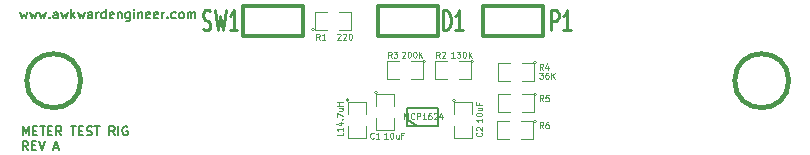
<source format=gto>
G04 (created by PCBNEW (2013-07-07 BZR 4022)-stable) date 3/21/2015 2:07:51 PM*
%MOIN*%
G04 Gerber Fmt 3.4, Leading zero omitted, Abs format*
%FSLAX34Y34*%
G01*
G70*
G90*
G04 APERTURE LIST*
%ADD10C,0.00590551*%
%ADD11C,0.0075*%
%ADD12C,0.005*%
%ADD13C,0.0039*%
%ADD14C,0.012*%
%ADD15C,0.015*%
%ADD16C,0.003*%
%ADD17C,0.0043*%
%ADD18C,0.0107*%
G04 APERTURE END LIST*
G54D10*
G54D11*
X70092Y-55221D02*
X70150Y-55421D01*
X70207Y-55278D01*
X70264Y-55421D01*
X70321Y-55221D01*
X70407Y-55221D02*
X70464Y-55421D01*
X70521Y-55278D01*
X70578Y-55421D01*
X70635Y-55221D01*
X70721Y-55221D02*
X70778Y-55421D01*
X70835Y-55278D01*
X70892Y-55421D01*
X70950Y-55221D01*
X71064Y-55392D02*
X71078Y-55407D01*
X71064Y-55421D01*
X71050Y-55407D01*
X71064Y-55392D01*
X71064Y-55421D01*
X71335Y-55421D02*
X71335Y-55264D01*
X71321Y-55235D01*
X71292Y-55221D01*
X71235Y-55221D01*
X71207Y-55235D01*
X71335Y-55407D02*
X71307Y-55421D01*
X71235Y-55421D01*
X71207Y-55407D01*
X71192Y-55378D01*
X71192Y-55350D01*
X71207Y-55321D01*
X71235Y-55307D01*
X71307Y-55307D01*
X71335Y-55292D01*
X71450Y-55221D02*
X71507Y-55421D01*
X71564Y-55278D01*
X71621Y-55421D01*
X71678Y-55221D01*
X71792Y-55421D02*
X71792Y-55121D01*
X71821Y-55307D02*
X71907Y-55421D01*
X71907Y-55221D02*
X71792Y-55335D01*
X72007Y-55221D02*
X72064Y-55421D01*
X72121Y-55278D01*
X72178Y-55421D01*
X72235Y-55221D01*
X72478Y-55421D02*
X72478Y-55264D01*
X72464Y-55235D01*
X72435Y-55221D01*
X72378Y-55221D01*
X72350Y-55235D01*
X72478Y-55407D02*
X72450Y-55421D01*
X72378Y-55421D01*
X72350Y-55407D01*
X72335Y-55378D01*
X72335Y-55350D01*
X72350Y-55321D01*
X72378Y-55307D01*
X72450Y-55307D01*
X72478Y-55292D01*
X72621Y-55421D02*
X72621Y-55221D01*
X72621Y-55278D02*
X72635Y-55250D01*
X72650Y-55235D01*
X72678Y-55221D01*
X72707Y-55221D01*
X72935Y-55421D02*
X72935Y-55121D01*
X72935Y-55407D02*
X72907Y-55421D01*
X72850Y-55421D01*
X72821Y-55407D01*
X72807Y-55392D01*
X72792Y-55364D01*
X72792Y-55278D01*
X72807Y-55250D01*
X72821Y-55235D01*
X72850Y-55221D01*
X72907Y-55221D01*
X72935Y-55235D01*
X73192Y-55407D02*
X73164Y-55421D01*
X73107Y-55421D01*
X73078Y-55407D01*
X73064Y-55378D01*
X73064Y-55264D01*
X73078Y-55235D01*
X73107Y-55221D01*
X73164Y-55221D01*
X73192Y-55235D01*
X73207Y-55264D01*
X73207Y-55292D01*
X73064Y-55321D01*
X73335Y-55221D02*
X73335Y-55421D01*
X73335Y-55250D02*
X73350Y-55235D01*
X73378Y-55221D01*
X73421Y-55221D01*
X73450Y-55235D01*
X73464Y-55264D01*
X73464Y-55421D01*
X73735Y-55221D02*
X73735Y-55464D01*
X73721Y-55492D01*
X73707Y-55507D01*
X73678Y-55521D01*
X73635Y-55521D01*
X73607Y-55507D01*
X73735Y-55407D02*
X73707Y-55421D01*
X73650Y-55421D01*
X73621Y-55407D01*
X73607Y-55392D01*
X73592Y-55364D01*
X73592Y-55278D01*
X73607Y-55250D01*
X73621Y-55235D01*
X73650Y-55221D01*
X73707Y-55221D01*
X73735Y-55235D01*
X73878Y-55421D02*
X73878Y-55221D01*
X73878Y-55121D02*
X73864Y-55135D01*
X73878Y-55150D01*
X73892Y-55135D01*
X73878Y-55121D01*
X73878Y-55150D01*
X74021Y-55221D02*
X74021Y-55421D01*
X74021Y-55250D02*
X74035Y-55235D01*
X74064Y-55221D01*
X74107Y-55221D01*
X74135Y-55235D01*
X74150Y-55264D01*
X74150Y-55421D01*
X74407Y-55407D02*
X74378Y-55421D01*
X74321Y-55421D01*
X74292Y-55407D01*
X74278Y-55378D01*
X74278Y-55264D01*
X74292Y-55235D01*
X74321Y-55221D01*
X74378Y-55221D01*
X74407Y-55235D01*
X74421Y-55264D01*
X74421Y-55292D01*
X74278Y-55321D01*
X74664Y-55407D02*
X74635Y-55421D01*
X74578Y-55421D01*
X74550Y-55407D01*
X74535Y-55378D01*
X74535Y-55264D01*
X74550Y-55235D01*
X74578Y-55221D01*
X74635Y-55221D01*
X74664Y-55235D01*
X74678Y-55264D01*
X74678Y-55292D01*
X74535Y-55321D01*
X74807Y-55421D02*
X74807Y-55221D01*
X74807Y-55278D02*
X74821Y-55250D01*
X74835Y-55235D01*
X74864Y-55221D01*
X74892Y-55221D01*
X74992Y-55392D02*
X75007Y-55407D01*
X74992Y-55421D01*
X74978Y-55407D01*
X74992Y-55392D01*
X74992Y-55421D01*
X75264Y-55407D02*
X75235Y-55421D01*
X75178Y-55421D01*
X75150Y-55407D01*
X75135Y-55392D01*
X75121Y-55364D01*
X75121Y-55278D01*
X75135Y-55250D01*
X75150Y-55235D01*
X75178Y-55221D01*
X75235Y-55221D01*
X75264Y-55235D01*
X75435Y-55421D02*
X75407Y-55407D01*
X75392Y-55392D01*
X75378Y-55364D01*
X75378Y-55278D01*
X75392Y-55250D01*
X75407Y-55235D01*
X75435Y-55221D01*
X75478Y-55221D01*
X75507Y-55235D01*
X75521Y-55250D01*
X75535Y-55278D01*
X75535Y-55364D01*
X75521Y-55392D01*
X75507Y-55407D01*
X75478Y-55421D01*
X75435Y-55421D01*
X75664Y-55421D02*
X75664Y-55221D01*
X75664Y-55250D02*
X75678Y-55235D01*
X75707Y-55221D01*
X75750Y-55221D01*
X75778Y-55235D01*
X75792Y-55264D01*
X75792Y-55421D01*
X75792Y-55264D02*
X75807Y-55235D01*
X75835Y-55221D01*
X75878Y-55221D01*
X75907Y-55235D01*
X75921Y-55264D01*
X75921Y-55421D01*
X70171Y-59321D02*
X70171Y-59021D01*
X70271Y-59235D01*
X70371Y-59021D01*
X70371Y-59321D01*
X70514Y-59164D02*
X70614Y-59164D01*
X70657Y-59321D02*
X70514Y-59321D01*
X70514Y-59021D01*
X70657Y-59021D01*
X70742Y-59021D02*
X70914Y-59021D01*
X70828Y-59321D02*
X70828Y-59021D01*
X71014Y-59164D02*
X71114Y-59164D01*
X71157Y-59321D02*
X71014Y-59321D01*
X71014Y-59021D01*
X71157Y-59021D01*
X71457Y-59321D02*
X71357Y-59178D01*
X71285Y-59321D02*
X71285Y-59021D01*
X71400Y-59021D01*
X71428Y-59035D01*
X71442Y-59050D01*
X71457Y-59078D01*
X71457Y-59121D01*
X71442Y-59150D01*
X71428Y-59164D01*
X71400Y-59178D01*
X71285Y-59178D01*
X71771Y-59021D02*
X71942Y-59021D01*
X71857Y-59321D02*
X71857Y-59021D01*
X72042Y-59164D02*
X72142Y-59164D01*
X72185Y-59321D02*
X72042Y-59321D01*
X72042Y-59021D01*
X72185Y-59021D01*
X72300Y-59307D02*
X72342Y-59321D01*
X72414Y-59321D01*
X72442Y-59307D01*
X72457Y-59292D01*
X72471Y-59264D01*
X72471Y-59235D01*
X72457Y-59207D01*
X72442Y-59192D01*
X72414Y-59178D01*
X72357Y-59164D01*
X72328Y-59150D01*
X72314Y-59135D01*
X72300Y-59107D01*
X72300Y-59078D01*
X72314Y-59050D01*
X72328Y-59035D01*
X72357Y-59021D01*
X72428Y-59021D01*
X72471Y-59035D01*
X72557Y-59021D02*
X72728Y-59021D01*
X72642Y-59321D02*
X72642Y-59021D01*
X73228Y-59321D02*
X73128Y-59178D01*
X73057Y-59321D02*
X73057Y-59021D01*
X73171Y-59021D01*
X73199Y-59035D01*
X73214Y-59050D01*
X73228Y-59078D01*
X73228Y-59121D01*
X73214Y-59150D01*
X73199Y-59164D01*
X73171Y-59178D01*
X73057Y-59178D01*
X73357Y-59321D02*
X73357Y-59021D01*
X73657Y-59035D02*
X73628Y-59021D01*
X73585Y-59021D01*
X73542Y-59035D01*
X73514Y-59064D01*
X73499Y-59092D01*
X73485Y-59150D01*
X73485Y-59192D01*
X73499Y-59250D01*
X73514Y-59278D01*
X73542Y-59307D01*
X73585Y-59321D01*
X73614Y-59321D01*
X73657Y-59307D01*
X73671Y-59292D01*
X73671Y-59192D01*
X73614Y-59192D01*
X70342Y-59816D02*
X70242Y-59673D01*
X70171Y-59816D02*
X70171Y-59516D01*
X70285Y-59516D01*
X70314Y-59530D01*
X70328Y-59545D01*
X70342Y-59573D01*
X70342Y-59616D01*
X70328Y-59645D01*
X70314Y-59659D01*
X70285Y-59673D01*
X70171Y-59673D01*
X70471Y-59659D02*
X70571Y-59659D01*
X70614Y-59816D02*
X70471Y-59816D01*
X70471Y-59516D01*
X70614Y-59516D01*
X70700Y-59516D02*
X70800Y-59816D01*
X70900Y-59516D01*
X71214Y-59730D02*
X71357Y-59730D01*
X71185Y-59816D02*
X71285Y-59516D01*
X71385Y-59816D01*
G54D12*
X83300Y-59000D02*
X83000Y-58800D01*
X84000Y-59000D02*
X82975Y-59000D01*
X82975Y-59000D02*
X82975Y-58400D01*
X82975Y-58400D02*
X84000Y-58400D01*
X84000Y-58400D02*
X84000Y-59000D01*
G54D13*
X85200Y-56850D02*
G75*
G03X85200Y-56850I-50J0D01*
G74*
G01*
X84700Y-56850D02*
X85100Y-56850D01*
X85100Y-56850D02*
X85100Y-57450D01*
X85100Y-57450D02*
X84700Y-57450D01*
X84300Y-57450D02*
X83900Y-57450D01*
X83900Y-57450D02*
X83900Y-56850D01*
X83900Y-56850D02*
X84300Y-56850D01*
X83600Y-56850D02*
G75*
G03X83600Y-56850I-50J0D01*
G74*
G01*
X83100Y-56850D02*
X83500Y-56850D01*
X83500Y-56850D02*
X83500Y-57450D01*
X83500Y-57450D02*
X83100Y-57450D01*
X82700Y-57450D02*
X82300Y-57450D01*
X82300Y-57450D02*
X82300Y-56850D01*
X82300Y-56850D02*
X82700Y-56850D01*
X84600Y-58150D02*
G75*
G03X84600Y-58150I-50J0D01*
G74*
G01*
X84550Y-58600D02*
X84550Y-58200D01*
X84550Y-58200D02*
X85150Y-58200D01*
X85150Y-58200D02*
X85150Y-58600D01*
X85150Y-59000D02*
X85150Y-59400D01*
X85150Y-59400D02*
X84550Y-59400D01*
X84550Y-59400D02*
X84550Y-59000D01*
X81050Y-58150D02*
G75*
G03X81050Y-58150I-50J0D01*
G74*
G01*
X81000Y-58600D02*
X81000Y-58200D01*
X81000Y-58200D02*
X81600Y-58200D01*
X81600Y-58200D02*
X81600Y-58600D01*
X81600Y-59000D02*
X81600Y-59400D01*
X81600Y-59400D02*
X81000Y-59400D01*
X81000Y-59400D02*
X81000Y-59000D01*
X82000Y-57900D02*
G75*
G03X82000Y-57900I-50J0D01*
G74*
G01*
X81950Y-58350D02*
X81950Y-57950D01*
X81950Y-57950D02*
X82550Y-57950D01*
X82550Y-57950D02*
X82550Y-58350D01*
X82550Y-58750D02*
X82550Y-59150D01*
X82550Y-59150D02*
X81950Y-59150D01*
X81950Y-59150D02*
X81950Y-58750D01*
X79900Y-55800D02*
G75*
G03X79900Y-55800I-50J0D01*
G74*
G01*
X80300Y-55800D02*
X79900Y-55800D01*
X79900Y-55800D02*
X79900Y-55200D01*
X79900Y-55200D02*
X80300Y-55200D01*
X80700Y-55200D02*
X81100Y-55200D01*
X81100Y-55200D02*
X81100Y-55800D01*
X81100Y-55800D02*
X80700Y-55800D01*
G54D14*
X82000Y-56000D02*
X82000Y-55000D01*
X82000Y-55000D02*
X84000Y-55000D01*
X84000Y-55000D02*
X84000Y-56000D01*
X84000Y-56000D02*
X82000Y-56000D01*
X85500Y-56000D02*
X85500Y-55000D01*
X85500Y-55000D02*
X87500Y-55000D01*
X87500Y-55000D02*
X87500Y-56000D01*
X87500Y-56000D02*
X85500Y-56000D01*
X77500Y-56000D02*
X77500Y-55000D01*
X77500Y-55000D02*
X79500Y-55000D01*
X79500Y-55000D02*
X79500Y-56000D01*
X79500Y-56000D02*
X77500Y-56000D01*
G54D13*
X87300Y-56900D02*
G75*
G03X87300Y-56900I-50J0D01*
G74*
G01*
X86800Y-56900D02*
X87200Y-56900D01*
X87200Y-56900D02*
X87200Y-57500D01*
X87200Y-57500D02*
X86800Y-57500D01*
X86400Y-57500D02*
X86000Y-57500D01*
X86000Y-57500D02*
X86000Y-56900D01*
X86000Y-56900D02*
X86400Y-56900D01*
X87300Y-57950D02*
G75*
G03X87300Y-57950I-50J0D01*
G74*
G01*
X86800Y-57950D02*
X87200Y-57950D01*
X87200Y-57950D02*
X87200Y-58550D01*
X87200Y-58550D02*
X86800Y-58550D01*
X86400Y-58550D02*
X86000Y-58550D01*
X86000Y-58550D02*
X86000Y-57950D01*
X86000Y-57950D02*
X86400Y-57950D01*
X87289Y-58859D02*
G75*
G03X87289Y-58859I-50J0D01*
G74*
G01*
X86789Y-58859D02*
X87189Y-58859D01*
X87189Y-58859D02*
X87189Y-59459D01*
X87189Y-59459D02*
X86789Y-59459D01*
X86389Y-59459D02*
X85989Y-59459D01*
X85989Y-59459D02*
X85989Y-58859D01*
X85989Y-58859D02*
X86389Y-58859D01*
G54D15*
X72100Y-57500D02*
G75*
G03X72100Y-57500I-900J0D01*
G74*
G01*
X95700Y-57500D02*
G75*
G03X95700Y-57500I-900J0D01*
G74*
G01*
G54D16*
X82887Y-58779D02*
X82887Y-58582D01*
X82952Y-58723D01*
X83018Y-58582D01*
X83018Y-58779D01*
X83224Y-58760D02*
X83215Y-58770D01*
X83187Y-58779D01*
X83168Y-58779D01*
X83140Y-58770D01*
X83121Y-58751D01*
X83112Y-58732D01*
X83102Y-58695D01*
X83102Y-58667D01*
X83112Y-58629D01*
X83121Y-58610D01*
X83140Y-58592D01*
X83168Y-58582D01*
X83187Y-58582D01*
X83215Y-58592D01*
X83224Y-58601D01*
X83309Y-58779D02*
X83309Y-58582D01*
X83384Y-58582D01*
X83403Y-58592D01*
X83412Y-58601D01*
X83421Y-58620D01*
X83421Y-58648D01*
X83412Y-58667D01*
X83403Y-58676D01*
X83384Y-58685D01*
X83309Y-58685D01*
X83609Y-58779D02*
X83496Y-58779D01*
X83553Y-58779D02*
X83553Y-58582D01*
X83534Y-58610D01*
X83515Y-58629D01*
X83496Y-58639D01*
X83778Y-58582D02*
X83740Y-58582D01*
X83722Y-58592D01*
X83712Y-58601D01*
X83693Y-58629D01*
X83684Y-58667D01*
X83684Y-58742D01*
X83693Y-58760D01*
X83703Y-58770D01*
X83722Y-58779D01*
X83759Y-58779D01*
X83778Y-58770D01*
X83787Y-58760D01*
X83797Y-58742D01*
X83797Y-58695D01*
X83787Y-58676D01*
X83778Y-58667D01*
X83759Y-58657D01*
X83722Y-58657D01*
X83703Y-58667D01*
X83693Y-58676D01*
X83684Y-58695D01*
X83872Y-58601D02*
X83881Y-58592D01*
X83900Y-58582D01*
X83947Y-58582D01*
X83965Y-58592D01*
X83975Y-58601D01*
X83984Y-58620D01*
X83984Y-58639D01*
X83975Y-58667D01*
X83862Y-58779D01*
X83984Y-58779D01*
X84153Y-58648D02*
X84153Y-58779D01*
X84106Y-58573D02*
X84059Y-58714D01*
X84181Y-58714D01*
G54D17*
X84067Y-56729D02*
X84001Y-56635D01*
X83954Y-56729D02*
X83954Y-56532D01*
X84029Y-56532D01*
X84048Y-56542D01*
X84057Y-56551D01*
X84067Y-56570D01*
X84067Y-56598D01*
X84057Y-56617D01*
X84048Y-56626D01*
X84029Y-56635D01*
X83954Y-56635D01*
X84142Y-56551D02*
X84151Y-56542D01*
X84170Y-56532D01*
X84217Y-56532D01*
X84236Y-56542D01*
X84245Y-56551D01*
X84254Y-56570D01*
X84254Y-56589D01*
X84245Y-56617D01*
X84132Y-56729D01*
X84254Y-56729D01*
X84570Y-56729D02*
X84457Y-56729D01*
X84513Y-56729D02*
X84513Y-56532D01*
X84495Y-56560D01*
X84476Y-56579D01*
X84457Y-56589D01*
X84635Y-56532D02*
X84757Y-56532D01*
X84692Y-56607D01*
X84720Y-56607D01*
X84739Y-56617D01*
X84748Y-56626D01*
X84757Y-56645D01*
X84757Y-56692D01*
X84748Y-56710D01*
X84739Y-56720D01*
X84720Y-56729D01*
X84663Y-56729D01*
X84645Y-56720D01*
X84635Y-56710D01*
X84879Y-56532D02*
X84898Y-56532D01*
X84917Y-56542D01*
X84926Y-56551D01*
X84936Y-56570D01*
X84945Y-56607D01*
X84945Y-56654D01*
X84936Y-56692D01*
X84926Y-56710D01*
X84917Y-56720D01*
X84898Y-56729D01*
X84879Y-56729D01*
X84860Y-56720D01*
X84851Y-56710D01*
X84842Y-56692D01*
X84832Y-56654D01*
X84832Y-56607D01*
X84842Y-56570D01*
X84851Y-56551D01*
X84860Y-56542D01*
X84879Y-56532D01*
X85029Y-56729D02*
X85029Y-56532D01*
X85142Y-56729D02*
X85057Y-56617D01*
X85142Y-56532D02*
X85029Y-56645D01*
X82467Y-56729D02*
X82401Y-56635D01*
X82354Y-56729D02*
X82354Y-56532D01*
X82429Y-56532D01*
X82448Y-56542D01*
X82457Y-56551D01*
X82467Y-56570D01*
X82467Y-56598D01*
X82457Y-56617D01*
X82448Y-56626D01*
X82429Y-56635D01*
X82354Y-56635D01*
X82532Y-56532D02*
X82654Y-56532D01*
X82589Y-56607D01*
X82617Y-56607D01*
X82636Y-56617D01*
X82645Y-56626D01*
X82654Y-56645D01*
X82654Y-56692D01*
X82645Y-56710D01*
X82636Y-56720D01*
X82617Y-56729D01*
X82560Y-56729D01*
X82542Y-56720D01*
X82532Y-56710D01*
X82807Y-56551D02*
X82816Y-56542D01*
X82835Y-56532D01*
X82882Y-56532D01*
X82901Y-56542D01*
X82910Y-56551D01*
X82920Y-56570D01*
X82920Y-56589D01*
X82910Y-56617D01*
X82798Y-56729D01*
X82920Y-56729D01*
X83042Y-56532D02*
X83060Y-56532D01*
X83079Y-56542D01*
X83089Y-56551D01*
X83098Y-56570D01*
X83107Y-56607D01*
X83107Y-56654D01*
X83098Y-56692D01*
X83089Y-56710D01*
X83079Y-56720D01*
X83060Y-56729D01*
X83042Y-56729D01*
X83023Y-56720D01*
X83013Y-56710D01*
X83004Y-56692D01*
X82995Y-56654D01*
X82995Y-56607D01*
X83004Y-56570D01*
X83013Y-56551D01*
X83023Y-56542D01*
X83042Y-56532D01*
X83229Y-56532D02*
X83248Y-56532D01*
X83267Y-56542D01*
X83276Y-56551D01*
X83286Y-56570D01*
X83295Y-56607D01*
X83295Y-56654D01*
X83286Y-56692D01*
X83276Y-56710D01*
X83267Y-56720D01*
X83248Y-56729D01*
X83229Y-56729D01*
X83210Y-56720D01*
X83201Y-56710D01*
X83192Y-56692D01*
X83182Y-56654D01*
X83182Y-56607D01*
X83192Y-56570D01*
X83201Y-56551D01*
X83210Y-56542D01*
X83229Y-56532D01*
X83379Y-56729D02*
X83379Y-56532D01*
X83492Y-56729D02*
X83407Y-56617D01*
X83492Y-56532D02*
X83379Y-56645D01*
X85460Y-59232D02*
X85470Y-59242D01*
X85479Y-59270D01*
X85479Y-59289D01*
X85470Y-59317D01*
X85451Y-59336D01*
X85432Y-59345D01*
X85395Y-59354D01*
X85367Y-59354D01*
X85329Y-59345D01*
X85310Y-59336D01*
X85292Y-59317D01*
X85282Y-59289D01*
X85282Y-59270D01*
X85292Y-59242D01*
X85301Y-59232D01*
X85301Y-59157D02*
X85292Y-59148D01*
X85282Y-59129D01*
X85282Y-59082D01*
X85292Y-59063D01*
X85301Y-59054D01*
X85320Y-59045D01*
X85339Y-59045D01*
X85367Y-59054D01*
X85479Y-59167D01*
X85479Y-59045D01*
X85479Y-58761D02*
X85479Y-58873D01*
X85479Y-58817D02*
X85282Y-58817D01*
X85310Y-58836D01*
X85329Y-58854D01*
X85339Y-58873D01*
X85282Y-58639D02*
X85282Y-58620D01*
X85292Y-58601D01*
X85301Y-58592D01*
X85320Y-58582D01*
X85357Y-58573D01*
X85404Y-58573D01*
X85442Y-58582D01*
X85460Y-58592D01*
X85470Y-58601D01*
X85479Y-58620D01*
X85479Y-58639D01*
X85470Y-58657D01*
X85460Y-58667D01*
X85442Y-58676D01*
X85404Y-58686D01*
X85357Y-58686D01*
X85320Y-58676D01*
X85301Y-58667D01*
X85292Y-58657D01*
X85282Y-58639D01*
X85348Y-58404D02*
X85479Y-58404D01*
X85348Y-58489D02*
X85451Y-58489D01*
X85470Y-58479D01*
X85479Y-58460D01*
X85479Y-58432D01*
X85470Y-58413D01*
X85460Y-58404D01*
X85376Y-58245D02*
X85376Y-58310D01*
X85479Y-58310D02*
X85282Y-58310D01*
X85282Y-58216D01*
X80829Y-59232D02*
X80829Y-59326D01*
X80632Y-59326D01*
X80829Y-59063D02*
X80829Y-59176D01*
X80829Y-59120D02*
X80632Y-59120D01*
X80660Y-59139D01*
X80679Y-59157D01*
X80689Y-59176D01*
X80698Y-58895D02*
X80829Y-58895D01*
X80623Y-58942D02*
X80764Y-58989D01*
X80764Y-58867D01*
X80810Y-58792D02*
X80820Y-58782D01*
X80829Y-58792D01*
X80820Y-58801D01*
X80810Y-58792D01*
X80829Y-58792D01*
X80632Y-58717D02*
X80632Y-58585D01*
X80829Y-58670D01*
X80698Y-58426D02*
X80829Y-58426D01*
X80698Y-58510D02*
X80801Y-58510D01*
X80820Y-58501D01*
X80829Y-58482D01*
X80829Y-58454D01*
X80820Y-58435D01*
X80810Y-58426D01*
X80829Y-58332D02*
X80632Y-58332D01*
X80726Y-58332D02*
X80726Y-58220D01*
X80829Y-58220D02*
X80632Y-58220D01*
X81867Y-59410D02*
X81857Y-59420D01*
X81829Y-59429D01*
X81810Y-59429D01*
X81782Y-59420D01*
X81763Y-59401D01*
X81754Y-59382D01*
X81745Y-59345D01*
X81745Y-59317D01*
X81754Y-59279D01*
X81763Y-59260D01*
X81782Y-59242D01*
X81810Y-59232D01*
X81829Y-59232D01*
X81857Y-59242D01*
X81867Y-59251D01*
X82054Y-59429D02*
X81942Y-59429D01*
X81998Y-59429D02*
X81998Y-59232D01*
X81979Y-59260D01*
X81960Y-59279D01*
X81942Y-59289D01*
X82338Y-59429D02*
X82226Y-59429D01*
X82282Y-59429D02*
X82282Y-59232D01*
X82263Y-59260D01*
X82245Y-59279D01*
X82226Y-59289D01*
X82460Y-59232D02*
X82479Y-59232D01*
X82498Y-59242D01*
X82507Y-59251D01*
X82517Y-59270D01*
X82526Y-59307D01*
X82526Y-59354D01*
X82517Y-59392D01*
X82507Y-59410D01*
X82498Y-59420D01*
X82479Y-59429D01*
X82460Y-59429D01*
X82442Y-59420D01*
X82432Y-59410D01*
X82423Y-59392D01*
X82413Y-59354D01*
X82413Y-59307D01*
X82423Y-59270D01*
X82432Y-59251D01*
X82442Y-59242D01*
X82460Y-59232D01*
X82695Y-59298D02*
X82695Y-59429D01*
X82610Y-59298D02*
X82610Y-59401D01*
X82620Y-59420D01*
X82639Y-59429D01*
X82667Y-59429D01*
X82686Y-59420D01*
X82695Y-59410D01*
X82854Y-59326D02*
X82789Y-59326D01*
X82789Y-59429D02*
X82789Y-59232D01*
X82883Y-59232D01*
X80067Y-56129D02*
X80001Y-56035D01*
X79954Y-56129D02*
X79954Y-55932D01*
X80029Y-55932D01*
X80048Y-55942D01*
X80057Y-55951D01*
X80067Y-55970D01*
X80067Y-55998D01*
X80057Y-56017D01*
X80048Y-56026D01*
X80029Y-56035D01*
X79954Y-56035D01*
X80254Y-56129D02*
X80142Y-56129D01*
X80198Y-56129D02*
X80198Y-55932D01*
X80179Y-55960D01*
X80160Y-55979D01*
X80142Y-55989D01*
X80656Y-55951D02*
X80665Y-55942D01*
X80684Y-55932D01*
X80731Y-55932D01*
X80749Y-55942D01*
X80759Y-55951D01*
X80768Y-55970D01*
X80768Y-55989D01*
X80759Y-56017D01*
X80646Y-56129D01*
X80768Y-56129D01*
X80843Y-55951D02*
X80853Y-55942D01*
X80871Y-55932D01*
X80918Y-55932D01*
X80937Y-55942D01*
X80946Y-55951D01*
X80956Y-55970D01*
X80956Y-55989D01*
X80946Y-56017D01*
X80834Y-56129D01*
X80956Y-56129D01*
X81078Y-55932D02*
X81097Y-55932D01*
X81115Y-55942D01*
X81125Y-55951D01*
X81134Y-55970D01*
X81143Y-56007D01*
X81143Y-56054D01*
X81134Y-56092D01*
X81125Y-56110D01*
X81115Y-56120D01*
X81097Y-56129D01*
X81078Y-56129D01*
X81059Y-56120D01*
X81050Y-56110D01*
X81040Y-56092D01*
X81031Y-56054D01*
X81031Y-56007D01*
X81040Y-55970D01*
X81050Y-55951D01*
X81059Y-55942D01*
X81078Y-55932D01*
G54D18*
X84184Y-55825D02*
X84184Y-55144D01*
X84286Y-55144D01*
X84347Y-55177D01*
X84387Y-55241D01*
X84408Y-55306D01*
X84428Y-55436D01*
X84428Y-55533D01*
X84408Y-55663D01*
X84387Y-55728D01*
X84347Y-55793D01*
X84286Y-55825D01*
X84184Y-55825D01*
X84836Y-55825D02*
X84591Y-55825D01*
X84714Y-55825D02*
X84714Y-55144D01*
X84673Y-55241D01*
X84632Y-55306D01*
X84591Y-55339D01*
G54D14*
G54D18*
X87784Y-55825D02*
X87784Y-55144D01*
X87947Y-55144D01*
X87987Y-55177D01*
X88008Y-55209D01*
X88028Y-55274D01*
X88028Y-55371D01*
X88008Y-55436D01*
X87987Y-55468D01*
X87947Y-55501D01*
X87784Y-55501D01*
X88436Y-55825D02*
X88191Y-55825D01*
X88314Y-55825D02*
X88314Y-55144D01*
X88273Y-55241D01*
X88232Y-55306D01*
X88191Y-55339D01*
G54D14*
G54D18*
X76179Y-55793D02*
X76240Y-55825D01*
X76342Y-55825D01*
X76383Y-55793D01*
X76403Y-55760D01*
X76423Y-55695D01*
X76423Y-55631D01*
X76403Y-55566D01*
X76383Y-55533D01*
X76342Y-55501D01*
X76260Y-55468D01*
X76220Y-55436D01*
X76199Y-55404D01*
X76179Y-55339D01*
X76179Y-55274D01*
X76199Y-55209D01*
X76220Y-55177D01*
X76260Y-55144D01*
X76362Y-55144D01*
X76423Y-55177D01*
X76566Y-55144D02*
X76668Y-55825D01*
X76750Y-55339D01*
X76831Y-55825D01*
X76933Y-55144D01*
X77320Y-55825D02*
X77076Y-55825D01*
X77198Y-55825D02*
X77198Y-55144D01*
X77157Y-55241D01*
X77116Y-55306D01*
X77076Y-55339D01*
G54D17*
X87517Y-57129D02*
X87451Y-57035D01*
X87404Y-57129D02*
X87404Y-56932D01*
X87479Y-56932D01*
X87498Y-56942D01*
X87507Y-56951D01*
X87517Y-56970D01*
X87517Y-56998D01*
X87507Y-57017D01*
X87498Y-57026D01*
X87479Y-57035D01*
X87404Y-57035D01*
X87686Y-56998D02*
X87686Y-57129D01*
X87639Y-56923D02*
X87592Y-57064D01*
X87714Y-57064D01*
X87392Y-57232D02*
X87513Y-57232D01*
X87448Y-57307D01*
X87476Y-57307D01*
X87495Y-57317D01*
X87504Y-57326D01*
X87513Y-57345D01*
X87513Y-57392D01*
X87504Y-57410D01*
X87495Y-57420D01*
X87476Y-57429D01*
X87420Y-57429D01*
X87401Y-57420D01*
X87392Y-57410D01*
X87682Y-57232D02*
X87645Y-57232D01*
X87626Y-57242D01*
X87617Y-57251D01*
X87598Y-57279D01*
X87589Y-57317D01*
X87589Y-57392D01*
X87598Y-57410D01*
X87607Y-57420D01*
X87626Y-57429D01*
X87664Y-57429D01*
X87682Y-57420D01*
X87692Y-57410D01*
X87701Y-57392D01*
X87701Y-57345D01*
X87692Y-57326D01*
X87682Y-57317D01*
X87664Y-57307D01*
X87626Y-57307D01*
X87607Y-57317D01*
X87598Y-57326D01*
X87589Y-57345D01*
X87786Y-57429D02*
X87786Y-57232D01*
X87898Y-57429D02*
X87814Y-57317D01*
X87898Y-57232D02*
X87786Y-57345D01*
X87517Y-58179D02*
X87451Y-58085D01*
X87404Y-58179D02*
X87404Y-57982D01*
X87479Y-57982D01*
X87498Y-57992D01*
X87507Y-58001D01*
X87517Y-58020D01*
X87517Y-58048D01*
X87507Y-58067D01*
X87498Y-58076D01*
X87479Y-58085D01*
X87404Y-58085D01*
X87695Y-57982D02*
X87601Y-57982D01*
X87592Y-58076D01*
X87601Y-58067D01*
X87620Y-58057D01*
X87667Y-58057D01*
X87686Y-58067D01*
X87695Y-58076D01*
X87704Y-58095D01*
X87704Y-58142D01*
X87695Y-58160D01*
X87686Y-58170D01*
X87667Y-58179D01*
X87620Y-58179D01*
X87601Y-58170D01*
X87592Y-58160D01*
X87517Y-59079D02*
X87451Y-58985D01*
X87404Y-59079D02*
X87404Y-58882D01*
X87479Y-58882D01*
X87498Y-58892D01*
X87507Y-58901D01*
X87517Y-58920D01*
X87517Y-58948D01*
X87507Y-58967D01*
X87498Y-58976D01*
X87479Y-58985D01*
X87404Y-58985D01*
X87686Y-58882D02*
X87648Y-58882D01*
X87629Y-58892D01*
X87620Y-58901D01*
X87601Y-58929D01*
X87592Y-58967D01*
X87592Y-59042D01*
X87601Y-59060D01*
X87610Y-59070D01*
X87629Y-59079D01*
X87667Y-59079D01*
X87686Y-59070D01*
X87695Y-59060D01*
X87704Y-59042D01*
X87704Y-58995D01*
X87695Y-58976D01*
X87686Y-58967D01*
X87667Y-58957D01*
X87629Y-58957D01*
X87610Y-58967D01*
X87601Y-58976D01*
X87592Y-58995D01*
M02*

</source>
